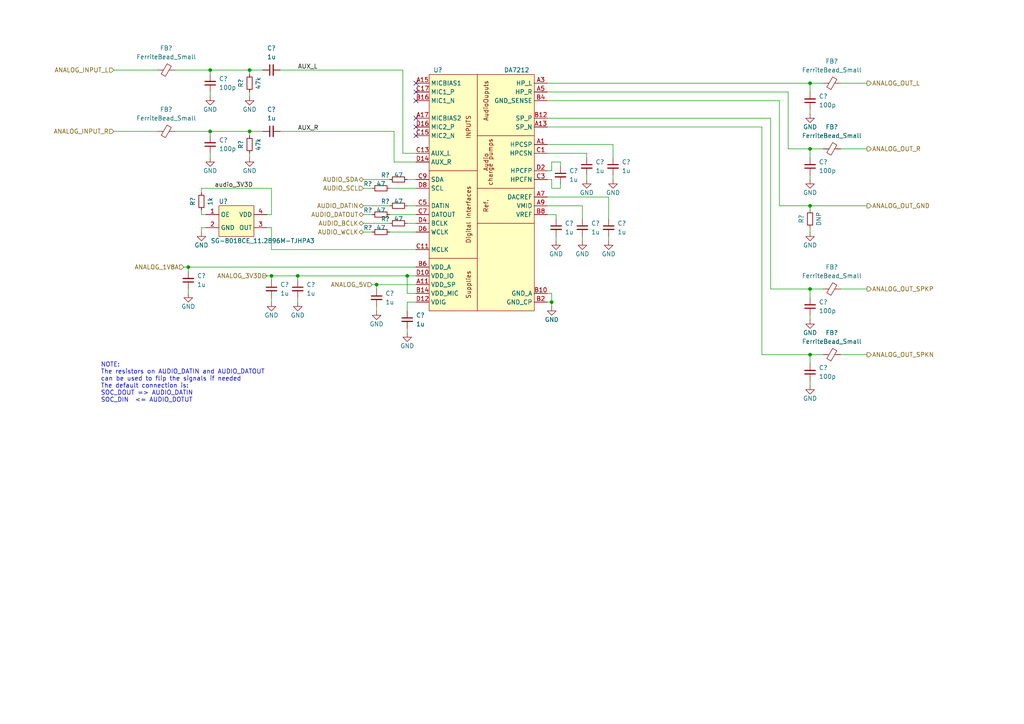
<source format=kicad_sch>
(kicad_sch (version 20211123) (generator eeschema)
  (paper "A4")
  (lib_symbols
    (symbol "Device:C_Small" (pin_numbers hide) (pin_names (offset 0.254) hide)
      (property "Reference" "C" (at 0.254 1.778 0))
      (property "Value" "C_Small" (at 0.254 -2.032 0))
      (symbol "C_Small_0_1"
        (polyline (pts (xy -1.524 -0.508) (xy 1.524 -0.508)) (stroke (width 0.3302)))
        (polyline (pts (xy -1.524 0.508) (xy 1.524 0.508)) (stroke (width 0.3048)))
      )
      (symbol "C_Small_1_1"
        (pin passive line (at 0 2.54 270) (length 2.032) (name "~") (number "1"))
        (pin passive line (at 0 -2.54 90) (length 2.032) (name "~") (number "2"))
      )
    )
    (symbol "Device:FerriteBead_Small" (pin_numbers hide) (pin_names (offset 0))
      (property "Reference" "FB" (at 1.905 1.27 0))
      (property "Value" "FerriteBead_Small" (at 1.905 -1.27 0))
      (symbol "FerriteBead_Small_0_1"
        (polyline (pts (xy 0 -1.27) (xy 0 -0.7874)))
        (polyline (pts (xy 0 0.889) (xy 0 1.2954)))
        (polyline (pts (xy -1.8288 0.2794) (xy -1.1176 1.4986) (xy 1.8288 -0.2032) (xy 1.1176 -1.4224) (xy -1.8288 0.2794)))
      )
      (symbol "FerriteBead_Small_1_1"
        (pin passive line (at 0 2.54 270) (length 1.27) (name "~") (number "1"))
        (pin passive line (at 0 -2.54 90) (length 1.27) (name "~") (number "2"))
      )
    )
    (symbol "Device:R_Small" (pin_numbers hide) (pin_names (offset 0.254) hide)
      (property "Reference" "R" (at 0.762 0.508 0))
      (property "Value" "R_Small" (at 0.762 -1.016 0))
      (symbol "R_Small_0_1"
        (rectangle (start -0.762 1.778) (end 0.762 -1.778) (stroke (width 0.2032)))
      )
      (symbol "R_Small_1_1"
        (pin passive line (at 0 2.54 270) (length 0.762) (name "~") (number "1"))
        (pin passive line (at 0 -2.54 90) (length 0.762) (name "~") (number "2"))
      )
    )
    (symbol "power:GND" (power) (pin_names (offset 0))
      (property "Value" "GND" (at 0 -3.81 0))
      (symbol "GND_0_1"
        (polyline (pts (xy 0 0) (xy 0 -1.27) (xy 1.27 -1.27) (xy 0 -2.54) (xy -1.27 -1.27) (xy 0 -1.27)))
      )
      (symbol "GND_1_1"
        (pin power_in line (at 0 0 270) (length 0) hide (name "GND") (number "1"))
      )
    )
    (symbol "rpi_sdr:DA7212"
      (property "Reference" "U" (at 1.27 3.81 0))
      (property "Value" "DA7212" (at 15.24 -68.58 0))
      (symbol "DA7212_0_0"
        (polyline (pts (xy 13.97 -50.8) (xy 13.97 -66.04)))
        (polyline (pts (xy 13.97 -25.4) (xy 13.97 2.54)))
        (polyline (pts (xy 30.48 -40.64) (xy 13.97 -40.64)))
        (polyline (pts (xy 30.48 -30.48) (xy 13.97 -30.48)))
        (polyline (pts (xy 30.48 -15.24) (xy 13.97 -15.24)))
        (polyline (pts (xy 0 -50.8) (xy 13.97 -50.8) (xy 13.97 -25.4) (xy 0 -25.4)))
        (rectangle (start 0 2.54) (end 30.48 -66.04) (fill (type background)))
        (text "Audio" (at 16.51 -22.86 900) (effects (font (size 1.27 1.27))))
        (text "AudioOuputs" (at 16.51 -5.08 900) (effects (font (size 1.27 1.27))))
        (text "charge pumps" (at 17.78 -22.86 900) (effects (font (size 1.27 1.27))))
        (text "Digital Interfaces" (at 11.43 -38.1 900) (effects (font (size 1.27 1.27))))
        (text "INPUTS" (at 11.43 -12.7 900) (effects (font (size 1.27 1.27))))
        (text "Ref." (at 16.51 -35.56 900) (effects (font (size 1.27 1.27))))
        (text "Supplies" (at 11.43 -58.42 900) (effects (font (size 1.27 1.27))))
      )
      (symbol "DA7212_1_1"
        (pin input line (at 34.29 -17.78 180) (length 3.81) (name "HPCSP") (number "A1"))
        (pin input line (at -3.81 -58.42 0) (length 3.81) (name "VDD_SP") (number "A11"))
        (pin input line (at 34.29 -12.7 180) (length 3.81) (name "SP_N") (number "A13"))
        (pin input line (at -3.81 0 0) (length 3.81) (name "MICBIAS1") (number "A15"))
        (pin input line (at -3.81 -10.16 0) (length 3.81) (name "MICBIAS2") (number "A17"))
        (pin input line (at 34.29 0 180) (length 3.81) (name "HP_L") (number "A3"))
        (pin input line (at 34.29 -2.54 180) (length 3.81) (name "HP_R") (number "A5"))
        (pin input line (at 34.29 -33.02 180) (length 3.81) (name "DACREF") (number "A7"))
        (pin input line (at 34.29 -35.56 180) (length 3.81) (name "VMID") (number "A9"))
        (pin input line (at 34.29 -60.96 180) (length 3.81) (name "GND_A") (number "B10"))
        (pin input line (at 34.29 -10.16 180) (length 3.81) (name "SP_P") (number "B12"))
        (pin input line (at -3.81 -60.96 0) (length 3.81) (name "VDD_MIC") (number "B14"))
        (pin input line (at -3.81 -5.08 0) (length 3.81) (name "MIC1_N") (number "B16"))
        (pin input line (at 34.29 -63.5 180) (length 3.81) (name "GND_CP") (number "B2"))
        (pin input line (at 34.29 -5.08 180) (length 3.81) (name "GND_SENSE") (number "B4"))
        (pin input line (at -3.81 -53.34 0) (length 3.81) (name "VDD_A") (number "B6"))
        (pin input line (at 34.29 -38.1 180) (length 3.81) (name "VREF") (number "B8"))
        (pin input line (at 34.29 -20.32 180) (length 3.81) (name "HPCSN") (number "C1"))
        (pin input line (at -3.81 -48.26 0) (length 3.81) (name "MCLK") (number "C11"))
        (pin input line (at -3.81 -20.32 0) (length 3.81) (name "AUX_L") (number "C13"))
        (pin input line (at -3.81 -15.24 0) (length 3.81) (name "MIC2_N") (number "C15"))
        (pin input line (at -3.81 -2.54 0) (length 3.81) (name "MIC1_P") (number "C17"))
        (pin input line (at 34.29 -27.94 180) (length 3.81) (name "HPCFN") (number "C3"))
        (pin input line (at -3.81 -35.56 0) (length 3.81) (name "DATIN") (number "C5"))
        (pin input line (at -3.81 -38.1 0) (length 3.81) (name "DATOUT") (number "C7"))
        (pin input line (at -3.81 -27.94 0) (length 3.81) (name "SDA") (number "C9"))
        (pin input line (at -3.81 -55.88 0) (length 3.81) (name "VDD_IO") (number "D10"))
        (pin input line (at -3.81 -63.5 0) (length 3.81) (name "VDIG") (number "D12"))
        (pin input line (at -3.81 -22.86 0) (length 3.81) (name "AUX_R") (number "D14"))
        (pin input line (at -3.81 -12.7 0) (length 3.81) (name "MIC2_P") (number "D16"))
        (pin input line (at 34.29 -25.4 180) (length 3.81) (name "HPCFP") (number "D2"))
        (pin input line (at -3.81 -40.64 0) (length 3.81) (name "BCLK") (number "D4"))
        (pin input line (at -3.81 -43.18 0) (length 3.81) (name "WCLK") (number "D6"))
        (pin input line (at -3.81 -30.48 0) (length 3.81) (name "SCL") (number "D8"))
      )
    )
    (symbol "rpi_sdr:SG-8018CE_11.2896M-TJHPA3"
      (property "Reference" "U" (at 0 3.81 0))
      (property "Value" "SG-8018CE_11.2896M-TJHPA3" (at 5.08 -7.62 0))
      (symbol "SG-8018CE_11.2896M-TJHPA3_0_1"
        (rectangle (start 0 2.54) (end 10.16 -6.35) (fill (type background)))
      )
      (symbol "SG-8018CE_11.2896M-TJHPA3_1_1"
        (pin input line (at -3.81 0 0) (length 3.81) (name "OE") (number "1"))
        (pin input line (at -3.81 -3.81 0) (length 3.81) (name "GND") (number "2"))
        (pin input line (at 13.97 -3.81 180) (length 3.81) (name "OUT") (number "3"))
        (pin input line (at 13.97 0 180) (length 3.81) (name "VDD") (number "4"))
      )
    )
  )
  (junction (at 234.95 24.13))
  (junction (at 118.11 80.01))
  (junction (at 72.39 38.1))
  (junction (at 234.95 43.18))
  (junction (at 109.22 82.55))
  (junction (at 234.95 102.87))
  (junction (at 60.96 38.1))
  (junction (at 78.74 80.01))
  (junction (at 60.96 20.32))
  (junction (at 86.36 80.01))
  (junction (at 72.39 20.32))
  (junction (at 234.95 59.69))
  (junction (at 234.95 83.82))
  (junction (at 160.02 87.63))
  (junction (at 54.61 77.47))
  (no_connect (at 120.65 24.13))
  (no_connect (at 120.65 26.67))
  (no_connect (at 120.65 29.21))
  (no_connect (at 120.65 34.29))
  (no_connect (at 120.65 36.83))
  (no_connect (at 120.65 39.37))
  (wire (pts (xy 53.34 77.47) (xy 54.61 77.47)))
  (wire (pts (xy 158.75 87.63) (xy 160.02 87.63)))
  (wire (pts (xy 114.3 38.1) (xy 114.3 46.99)))
  (wire (pts (xy 158.75 26.67) (xy 228.6 26.67)))
  (wire (pts (xy 226.06 29.21) (xy 226.06 59.69)))
  (wire (pts (xy 243.84 43.18) (xy 251.46 43.18)))
  (wire (pts (xy 54.61 77.47) (xy 54.61 78.74)))
  (wire (pts (xy 161.29 68.58) (xy 161.29 69.85)))
  (wire (pts (xy 158.75 41.91) (xy 177.8 41.91)))
  (wire (pts (xy 228.6 26.67) (xy 228.6 43.18)))
  (wire (pts (xy 234.95 43.18) (xy 238.76 43.18)))
  (wire (pts (xy 118.11 59.69) (xy 120.65 59.69)))
  (wire (pts (xy 118.11 95.25) (xy 118.11 96.52)))
  (wire (pts (xy 58.42 60.96) (xy 58.42 62.23)))
  (wire (pts (xy 77.47 62.23) (xy 78.74 62.23)))
  (wire (pts (xy 234.95 50.8) (xy 234.95 52.07)))
  (wire (pts (xy 33.02 20.32) (xy 45.72 20.32)))
  (wire (pts (xy 105.41 67.31) (xy 107.95 67.31)))
  (wire (pts (xy 113.03 62.23) (xy 120.65 62.23)))
  (wire (pts (xy 105.41 54.61) (xy 107.95 54.61)))
  (wire (pts (xy 105.41 62.23) (xy 107.95 62.23)))
  (wire (pts (xy 243.84 102.87) (xy 251.46 102.87)))
  (wire (pts (xy 234.95 91.44) (xy 234.95 92.71)))
  (wire (pts (xy 105.41 64.77) (xy 113.03 64.77)))
  (wire (pts (xy 234.95 110.49) (xy 234.95 111.76)))
  (wire (pts (xy 243.84 83.82) (xy 251.46 83.82)))
  (wire (pts (xy 160.02 46.99) (xy 162.56 46.99)))
  (wire (pts (xy 72.39 20.32) (xy 72.39 21.59)))
  (wire (pts (xy 58.42 54.61) (xy 58.42 55.88)))
  (wire (pts (xy 86.36 80.01) (xy 118.11 80.01)))
  (wire (pts (xy 33.02 38.1) (xy 45.72 38.1)))
  (wire (pts (xy 54.61 83.82) (xy 54.61 85.09)))
  (wire (pts (xy 78.74 66.04) (xy 78.74 72.39)))
  (wire (pts (xy 158.75 29.21) (xy 226.06 29.21)))
  (wire (pts (xy 238.76 83.82) (xy 234.95 83.82)))
  (wire (pts (xy 158.75 44.45) (xy 170.18 44.45)))
  (wire (pts (xy 114.3 46.99) (xy 120.65 46.99)))
  (wire (pts (xy 113.03 54.61) (xy 120.65 54.61)))
  (wire (pts (xy 160.02 87.63) (xy 160.02 85.09)))
  (wire (pts (xy 50.8 20.32) (xy 60.96 20.32)))
  (wire (pts (xy 177.8 41.91) (xy 177.8 45.72)))
  (wire (pts (xy 54.61 77.47) (xy 120.65 77.47)))
  (wire (pts (xy 234.95 102.87) (xy 234.95 105.41)))
  (wire (pts (xy 223.52 34.29) (xy 223.52 83.82)))
  (wire (pts (xy 116.84 20.32) (xy 116.84 44.45)))
  (wire (pts (xy 234.95 31.75) (xy 234.95 33.02)))
  (wire (pts (xy 234.95 102.87) (xy 238.76 102.87)))
  (wire (pts (xy 243.84 24.13) (xy 251.46 24.13)))
  (wire (pts (xy 234.95 83.82) (xy 234.95 86.36)))
  (wire (pts (xy 228.6 43.18) (xy 234.95 43.18)))
  (wire (pts (xy 234.95 66.04) (xy 234.95 67.31)))
  (wire (pts (xy 78.74 80.01) (xy 78.74 81.28)))
  (wire (pts (xy 170.18 44.45) (xy 170.18 45.72)))
  (wire (pts (xy 76.2 38.1) (xy 72.39 38.1)))
  (wire (pts (xy 226.06 59.69) (xy 234.95 59.69)))
  (wire (pts (xy 234.95 59.69) (xy 234.95 60.96)))
  (wire (pts (xy 120.65 87.63) (xy 118.11 87.63)))
  (wire (pts (xy 118.11 80.01) (xy 120.65 80.01)))
  (wire (pts (xy 72.39 44.45) (xy 72.39 45.72)))
  (wire (pts (xy 176.53 57.15) (xy 176.53 63.5)))
  (wire (pts (xy 234.95 24.13) (xy 234.95 26.67)))
  (wire (pts (xy 158.75 59.69) (xy 168.91 59.69)))
  (wire (pts (xy 50.8 38.1) (xy 60.96 38.1)))
  (wire (pts (xy 72.39 26.67) (xy 72.39 27.94)))
  (wire (pts (xy 81.28 20.32) (xy 116.84 20.32)))
  (wire (pts (xy 220.98 36.83) (xy 220.98 102.87)))
  (wire (pts (xy 120.65 85.09) (xy 118.11 85.09)))
  (wire (pts (xy 60.96 26.67) (xy 60.96 27.94)))
  (wire (pts (xy 78.74 80.01) (xy 86.36 80.01)))
  (wire (pts (xy 170.18 50.8) (xy 170.18 52.07)))
  (wire (pts (xy 177.8 50.8) (xy 177.8 52.07)))
  (wire (pts (xy 162.56 46.99) (xy 162.56 48.26)))
  (wire (pts (xy 59.69 66.04) (xy 58.42 66.04)))
  (wire (pts (xy 116.84 44.45) (xy 120.65 44.45)))
  (wire (pts (xy 72.39 38.1) (xy 72.39 39.37)))
  (wire (pts (xy 72.39 20.32) (xy 60.96 20.32)))
  (wire (pts (xy 72.39 38.1) (xy 60.96 38.1)))
  (wire (pts (xy 158.75 57.15) (xy 176.53 57.15)))
  (wire (pts (xy 158.75 62.23) (xy 161.29 62.23)))
  (wire (pts (xy 168.91 59.69) (xy 168.91 63.5)))
  (wire (pts (xy 78.74 62.23) (xy 78.74 54.61)))
  (wire (pts (xy 109.22 88.9) (xy 109.22 90.17)))
  (wire (pts (xy 234.95 59.69) (xy 251.46 59.69)))
  (wire (pts (xy 234.95 43.18) (xy 234.95 45.72)))
  (wire (pts (xy 60.96 38.1) (xy 60.96 39.37)))
  (wire (pts (xy 158.75 49.53) (xy 160.02 49.53)))
  (wire (pts (xy 76.2 80.01) (xy 78.74 80.01)))
  (wire (pts (xy 78.74 86.36) (xy 78.74 87.63)))
  (wire (pts (xy 118.11 87.63) (xy 118.11 90.17)))
  (wire (pts (xy 223.52 83.82) (xy 234.95 83.82)))
  (wire (pts (xy 168.91 68.58) (xy 168.91 69.85)))
  (wire (pts (xy 161.29 62.23) (xy 161.29 63.5)))
  (wire (pts (xy 60.96 20.32) (xy 60.96 21.59)))
  (wire (pts (xy 81.28 38.1) (xy 114.3 38.1)))
  (wire (pts (xy 78.74 72.39) (xy 120.65 72.39)))
  (wire (pts (xy 105.41 52.07) (xy 113.03 52.07)))
  (wire (pts (xy 113.03 67.31) (xy 120.65 67.31)))
  (wire (pts (xy 160.02 88.9) (xy 160.02 87.63)))
  (wire (pts (xy 158.75 52.07) (xy 160.02 52.07)))
  (wire (pts (xy 86.36 80.01) (xy 86.36 81.28)))
  (wire (pts (xy 86.36 86.36) (xy 86.36 87.63)))
  (wire (pts (xy 58.42 62.23) (xy 59.69 62.23)))
  (wire (pts (xy 220.98 102.87) (xy 234.95 102.87)))
  (wire (pts (xy 109.22 82.55) (xy 109.22 83.82)))
  (wire (pts (xy 162.56 53.34) (xy 162.56 54.61)))
  (wire (pts (xy 158.75 24.13) (xy 234.95 24.13)))
  (wire (pts (xy 60.96 44.45) (xy 60.96 45.72)))
  (wire (pts (xy 160.02 49.53) (xy 160.02 46.99)))
  (wire (pts (xy 76.2 20.32) (xy 72.39 20.32)))
  (wire (pts (xy 118.11 80.01) (xy 118.11 85.09)))
  (wire (pts (xy 118.11 52.07) (xy 120.65 52.07)))
  (wire (pts (xy 109.22 82.55) (xy 120.65 82.55)))
  (wire (pts (xy 160.02 54.61) (xy 162.56 54.61)))
  (wire (pts (xy 176.53 68.58) (xy 176.53 69.85)))
  (wire (pts (xy 160.02 85.09) (xy 158.75 85.09)))
  (wire (pts (xy 58.42 66.04) (xy 58.42 67.31)))
  (wire (pts (xy 158.75 36.83) (xy 220.98 36.83)))
  (wire (pts (xy 160.02 52.07) (xy 160.02 54.61)))
  (wire (pts (xy 107.95 82.55) (xy 109.22 82.55)))
  (wire (pts (xy 77.47 66.04) (xy 78.74 66.04)))
  (wire (pts (xy 105.41 59.69) (xy 113.03 59.69)))
  (wire (pts (xy 158.75 34.29) (xy 223.52 34.29)))
  (wire (pts (xy 234.95 24.13) (xy 238.76 24.13)))
  (wire (pts (xy 78.74 54.61) (xy 58.42 54.61)))
  (wire (pts (xy 118.11 64.77) (xy 120.65 64.77)))
  (text "NOTE:\nThe resistors on AUDIO_DATIN and AUDIO_DATOUT\ncan be used to flip the signals if needed\nThe default connection is:\nSOC_DOUT => AUDIO_DATIN\nSOC_DIN  <= AUDIO_DOTUT" (at 29.21 116.84 0) (effects (font (size 1.27 1.27)) (justify left bottom)))
  (label "AUX_R" (at 86.36 38.1 0))
  (label "audio_3V3D" (at 62.23 54.61 0))
  (label "AUX_L" (at 86.36 20.32 0))
  (hierarchical_label "AUDIO_DATIN" (shape bidirectional) (at 105.41 59.69 180))
  (hierarchical_label "AUDIO_SDA" (shape bidirectional) (at 105.41 52.07 180))
  (hierarchical_label "ANALOG_OUT_SPKN" (shape output) (at 251.46 102.87 0))
  (hierarchical_label "ANALOG_3V3D" (shape input) (at 77.47 80.01 180))
  (hierarchical_label "AUDIO_WCLK" (shape bidirectional) (at 105.41 67.31 180))
  (hierarchical_label "AUDIO_BCLK" (shape bidirectional) (at 105.41 64.77 180))
  (hierarchical_label "ANALOG_OUT_SPKP" (shape output) (at 251.46 83.82 0))
  (hierarchical_label "ANALOG_OUT_L" (shape output) (at 251.46 24.13 0))
  (hierarchical_label "ANALOG_OUT_GND" (shape output) (at 251.46 59.69 0))
  (hierarchical_label "ANALOG_1V8A" (shape input) (at 53.34 77.47 180))
  (hierarchical_label "AUDIO_DATOUT" (shape bidirectional) (at 105.41 62.23 180))
  (hierarchical_label "ANALOG_5V" (shape input) (at 107.95 82.55 180))
  (hierarchical_label "ANALOG_INPUT_L" (shape input) (at 33.02 20.32 180))
  (hierarchical_label "AUDIO_SCL" (shape input) (at 105.41 54.61 180))
  (hierarchical_label "ANALOG_INPUT_R" (shape input) (at 33.02 38.1 180))
  (hierarchical_label "ANALOG_OUT_R" (shape output) (at 251.46 43.18 0))
  (symbol (lib_id "Device:R_Small") (at 115.57 52.07 90) (unit 1)
    (property "Reference" "R?" (at 111.76 50.8 90))
    (property "Value" "47" (at 115.57 50.8 90))
  )
  (symbol (lib_id "Device:R_Small") (at 110.49 67.31 90) (unit 1)
    (property "Reference" "R?" (at 106.68 66.04 90))
    (property "Value" "47" (at 110.49 66.04 90))
  )
  (symbol (lib_id "Device:FerriteBead_Small") (at 48.26 20.32 90) (unit 1)
    (property "Reference" "FB?" (at 48.2219 13.97 90))
    (property "Value" "FerriteBead_Small" (at 48.2219 16.51 90))
  )
  (symbol (lib_id "power:GND") (at 161.29 69.85 0) (unit 1)
    (property "Reference" "#PWR?" (effects hide))
    (property "Value" "GND" (at 161.29 73.66 0))
  )
  (symbol (lib_id "Device:C_Small") (at 177.8 48.26 0) (unit 1)
    (property "Reference" "C?" (at 180.34 46.9962 0) (effects (justify left)))
    (property "Value" "1u" (at 180.34 49.5362 0) (effects (justify left)))
  )
  (symbol (lib_id "rpi_sdr:DA7212") (at 124.46 24.13 0) (unit 1)
    (property "Reference" "U?" (at 127 20.32 0))
    (property "Value" "DA7212" (at 149.86 20.32 0))
  )
  (symbol (lib_id "Device:R_Small") (at 110.49 62.23 90) (unit 1)
    (property "Reference" "R?" (at 106.68 60.96 90))
    (property "Value" "47" (at 110.49 60.96 90))
  )
  (symbol (lib_id "rpi_sdr:SG-8018CE_11.2896M-TJHPA3") (at 63.5 62.23 0) (unit 1)
    (property "Reference" "U?" (at 64.77 58.42 0))
    (property "Value" "SG-8018CE_11.2896M-TJHPA3" (at 76.2 69.85 0))
    (property "Footprint" "Oscillator:Oscillator_SMD_SeikoEpson_SG8002CE-4Pin_3.2x2.5mm" (effects hide))
  )
  (symbol (lib_id "Device:C_Small") (at 60.96 24.13 180) (unit 1)
    (property "Reference" "C?" (at 63.5 22.8535 0) (effects (justify right)))
    (property "Value" "100p" (at 63.5 25.3935 0) (effects (justify right)))
  )
  (symbol (lib_id "power:GND") (at 234.95 92.71 0) (unit 1)
    (property "Reference" "#PWR?" (effects hide))
    (property "Value" "GND" (at 234.95 96.52 0))
  )
  (symbol (lib_id "Device:C_Small") (at 161.29 66.04 0) (unit 1)
    (property "Reference" "C?" (at 163.83 64.7762 0) (effects (justify left)))
    (property "Value" "1u" (at 163.83 67.3162 0) (effects (justify left)))
  )
  (symbol (lib_id "power:GND") (at 72.39 27.94 0) (unit 1)
    (property "Reference" "#PWR?" (effects hide))
    (property "Value" "GND" (at 72.39 31.75 0))
  )
  (symbol (lib_id "power:GND") (at 177.8 52.07 0) (unit 1)
    (property "Reference" "#PWR?" (effects hide))
    (property "Value" "GND" (at 177.8 55.88 0))
  )
  (symbol (lib_id "Device:C_Small") (at 234.95 48.26 180) (unit 1)
    (property "Reference" "C?" (at 237.49 46.9835 0) (effects (justify right)))
    (property "Value" "100p" (at 237.49 49.5235 0) (effects (justify right)))
  )
  (symbol (lib_id "Device:C_Small") (at 60.96 41.91 180) (unit 1)
    (property "Reference" "C?" (at 63.5 40.6335 0) (effects (justify right)))
    (property "Value" "100p" (at 63.5 43.1735 0) (effects (justify right)))
  )
  (symbol (lib_id "power:GND") (at 160.02 88.9 0) (unit 1)
    (property "Reference" "#PWR?" (effects hide))
    (property "Value" "GND" (at 160.02 92.71 0))
  )
  (symbol (lib_id "Device:C_Small") (at 234.95 29.21 180) (unit 1)
    (property "Reference" "C?" (at 237.49 27.9335 0) (effects (justify right)))
    (property "Value" "100p" (at 237.49 30.4735 0) (effects (justify right)))
  )
  (symbol (lib_id "Device:R_Small") (at 234.95 63.5 180) (unit 1)
    (property "Reference" "R?" (at 232.41 63.5 90))
    (property "Value" "DNP" (at 237.49 63.5 90))
  )
  (symbol (lib_id "Device:C_Small") (at 118.11 92.71 0) (unit 1)
    (property "Reference" "C?" (at 120.65 91.4462 0) (effects (justify left)))
    (property "Value" "1u" (at 120.65 93.9862 0) (effects (justify left)))
  )
  (symbol (lib_id "power:GND") (at 72.39 45.72 0) (unit 1)
    (property "Reference" "#PWR?" (effects hide))
    (property "Value" "GND" (at 72.39 49.53 0))
  )
  (symbol (lib_id "Device:C_Small") (at 78.74 83.82 0) (unit 1)
    (property "Reference" "C?" (at 81.28 82.5562 0) (effects (justify left)))
    (property "Value" "1u" (at 81.28 85.0962 0) (effects (justify left)))
  )
  (symbol (lib_id "power:GND") (at 168.91 69.85 0) (unit 1)
    (property "Reference" "#PWR?" (effects hide))
    (property "Value" "GND" (at 168.91 73.66 0))
  )
  (symbol (lib_id "power:GND") (at 60.96 45.72 0) (unit 1)
    (property "Reference" "#PWR?" (effects hide))
    (property "Value" "GND" (at 60.96 49.53 0))
  )
  (symbol (lib_id "power:GND") (at 54.61 85.09 0) (unit 1)
    (property "Reference" "#PWR?" (effects hide))
    (property "Value" "GND" (at 54.61 88.9 0))
  )
  (symbol (lib_id "power:GND") (at 234.95 67.31 0) (unit 1)
    (property "Reference" "#PWR?" (effects hide))
    (property "Value" "GND" (at 234.95 71.12 0))
  )
  (symbol (lib_id "Device:C_Small") (at 162.56 50.8 0) (unit 1)
    (property "Reference" "C?" (at 165.1 49.5362 0) (effects (justify left)))
    (property "Value" "1u" (at 165.1 52.0762 0) (effects (justify left)))
  )
  (symbol (lib_id "Device:R_Small") (at 115.57 59.69 90) (unit 1)
    (property "Reference" "R?" (at 111.76 58.42 90))
    (property "Value" "47" (at 115.57 58.42 90))
  )
  (symbol (lib_id "Device:C_Small") (at 78.74 20.32 90) (unit 1)
    (property "Reference" "C?" (at 78.7463 13.97 90))
    (property "Value" "1u" (at 78.7463 16.51 90))
  )
  (symbol (lib_id "power:GND") (at 234.95 111.76 0) (unit 1)
    (property "Reference" "#PWR?" (effects hide))
    (property "Value" "GND" (at 234.95 115.57 0))
  )
  (symbol (lib_id "Device:C_Small") (at 176.53 66.04 0) (unit 1)
    (property "Reference" "C?" (at 179.07 64.7762 0) (effects (justify left)))
    (property "Value" "1u" (at 179.07 67.3162 0) (effects (justify left)))
  )
  (symbol (lib_id "Device:R_Small") (at 58.42 58.42 180) (unit 1)
    (property "Reference" "R?" (at 55.88 58.42 90))
    (property "Value" "1k" (at 60.96 58.42 90))
  )
  (symbol (lib_id "Device:C_Small") (at 86.36 83.82 0) (unit 1)
    (property "Reference" "C?" (at 88.9 82.5562 0) (effects (justify left)))
    (property "Value" "1u" (at 88.9 85.0962 0) (effects (justify left)))
  )
  (symbol (lib_id "Device:C_Small") (at 168.91 66.04 0) (unit 1)
    (property "Reference" "C?" (at 171.45 64.7762 0) (effects (justify left)))
    (property "Value" "1u" (at 171.45 67.3162 0) (effects (justify left)))
  )
  (symbol (lib_id "Device:C_Small") (at 78.74 38.1 90) (unit 1)
    (property "Reference" "C?" (at 78.7463 31.75 90))
    (property "Value" "1u" (at 78.7463 34.29 90))
  )
  (symbol (lib_id "power:GND") (at 86.36 87.63 0) (unit 1)
    (property "Reference" "#PWR?" (effects hide))
    (property "Value" "GND" (at 86.36 91.44 0))
  )
  (symbol (lib_id "power:GND") (at 78.74 87.63 0) (unit 1)
    (property "Reference" "#PWR?" (effects hide))
    (property "Value" "GND" (at 78.74 91.44 0))
  )
  (symbol (lib_id "Device:R_Small") (at 115.57 64.77 90) (unit 1)
    (property "Reference" "R?" (at 111.76 63.5 90))
    (property "Value" "47" (at 115.57 63.5 90))
  )
  (symbol (lib_id "power:GND") (at 109.22 90.17 0) (unit 1)
    (property "Reference" "#PWR?" (effects hide))
    (property "Value" "GND" (at 109.22 93.98 0))
  )
  (symbol (lib_id "Device:FerriteBead_Small") (at 48.26 38.1 90) (unit 1)
    (property "Reference" "FB?" (at 48.2219 31.75 90))
    (property "Value" "FerriteBead_Small" (at 48.2219 34.29 90))
  )
  (symbol (lib_id "Device:FerriteBead_Small") (at 241.3 102.87 90) (unit 1)
    (property "Reference" "FB?" (at 241.2619 96.52 90))
    (property "Value" "FerriteBead_Small" (at 241.2619 99.06 90))
  )
  (symbol (lib_id "Device:C_Small") (at 234.95 107.95 180) (unit 1)
    (property "Reference" "C?" (at 237.49 106.6735 0) (effects (justify right)))
    (property "Value" "100p" (at 237.49 109.2135 0) (effects (justify right)))
  )
  (symbol (lib_id "Device:R_Small") (at 110.49 54.61 90) (unit 1)
    (property "Reference" "R?" (at 106.68 53.34 90))
    (property "Value" "47" (at 110.49 53.34 90))
  )
  (symbol (lib_id "power:GND") (at 118.11 96.52 0) (unit 1)
    (property "Reference" "#PWR?" (effects hide))
    (property "Value" "GND" (at 118.11 100.33 0))
  )
  (symbol (lib_id "power:GND") (at 170.18 52.07 0) (unit 1)
    (property "Reference" "#PWR?" (effects hide))
    (property "Value" "GND" (at 170.18 55.88 0))
  )
  (symbol (lib_id "power:GND") (at 58.42 67.31 0) (unit 1)
    (property "Reference" "#PWR?" (effects hide))
    (property "Value" "GND" (at 58.42 71.12 0))
  )
  (symbol (lib_id "Device:R_Small") (at 72.39 41.91 180) (unit 1)
    (property "Reference" "R?" (at 69.85 41.91 90))
    (property "Value" "47k" (at 74.93 41.91 90))
  )
  (symbol (lib_id "Device:FerriteBead_Small") (at 241.3 24.13 90) (unit 1)
    (property "Reference" "FB?" (at 241.2619 17.78 90))
    (property "Value" "FerriteBead_Small" (at 241.2619 20.32 90))
  )
  (symbol (lib_id "Device:C_Small") (at 109.22 86.36 0) (unit 1)
    (property "Reference" "C?" (at 111.76 85.0962 0) (effects (justify left)))
    (property "Value" "1u" (at 111.76 87.6362 0) (effects (justify left)))
  )
  (symbol (lib_id "power:GND") (at 234.95 52.07 0) (unit 1)
    (property "Reference" "#PWR?" (effects hide))
    (property "Value" "GND" (at 234.95 55.88 0))
  )
  (symbol (lib_id "Device:C_Small") (at 54.61 81.28 180) (unit 1)
    (property "Reference" "C?" (at 57.15 80.0035 0) (effects (justify right)))
    (property "Value" "1u" (at 57.15 82.5435 0) (effects (justify right)))
  )
  (symbol (lib_id "Device:C_Small") (at 234.95 88.9 180) (unit 1)
    (property "Reference" "C?" (at 237.49 87.6235 0) (effects (justify right)))
    (property "Value" "100p" (at 237.49 90.1635 0) (effects (justify right)))
  )
  (symbol (lib_id "power:GND") (at 234.95 33.02 0) (unit 1)
    (property "Reference" "#PWR?" (effects hide))
    (property "Value" "GND" (at 234.95 36.83 0))
  )
  (symbol (lib_id "Device:FerriteBead_Small") (at 241.3 83.82 90) (unit 1)
    (property "Reference" "FB?" (at 241.2619 77.47 90))
    (property "Value" "FerriteBead_Small" (at 241.2619 80.01 90))
  )
  (symbol (lib_id "Device:R_Small") (at 72.39 24.13 180) (unit 1)
    (property "Reference" "R?" (at 69.85 24.13 90))
    (property "Value" "47k" (at 74.93 24.13 90))
  )
  (symbol (lib_id "Device:C_Small") (at 170.18 48.26 0) (unit 1)
    (property "Reference" "C?" (at 172.72 46.9962 0) (effects (justify left)))
    (property "Value" "1u" (at 172.72 49.5362 0) (effects (justify left)))
  )
  (symbol (lib_id "power:GND") (at 176.53 69.85 0) (unit 1)
    (property "Reference" "#PWR?" (effects hide))
    (property "Value" "GND" (at 176.53 73.66 0))
  )
  (symbol (lib_id "power:GND") (at 60.96 27.94 0) (unit 1)
    (property "Reference" "#PWR?" (effects hide))
    (property "Value" "GND" (at 60.96 31.75 0))
  )
  (symbol (lib_id "Device:FerriteBead_Small") (at 241.3 43.18 90) (unit 1)
    (property "Reference" "FB?" (at 241.2619 36.83 90))
    (property "Value" "FerriteBead_Small" (at 241.2619 39.37 90))
  )
)
</source>
